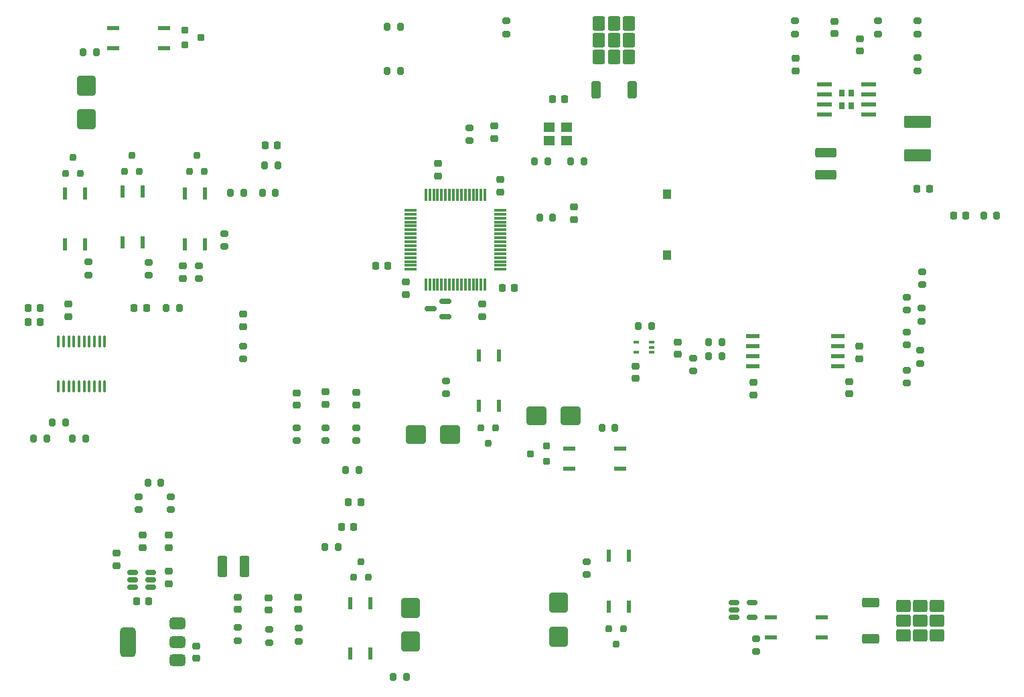
<source format=gbr>
%TF.GenerationSoftware,KiCad,Pcbnew,8.0.0*%
%TF.CreationDate,2024-07-07T23:16:46-07:00*%
%TF.ProjectId,main_relay_board,6d61696e-5f72-4656-9c61-795f626f6172,rev?*%
%TF.SameCoordinates,Original*%
%TF.FileFunction,Paste,Top*%
%TF.FilePolarity,Positive*%
%FSLAX46Y46*%
G04 Gerber Fmt 4.6, Leading zero omitted, Abs format (unit mm)*
G04 Created by KiCad (PCBNEW 8.0.0) date 2024-07-07 23:16:46*
%MOMM*%
%LPD*%
G01*
G04 APERTURE LIST*
G04 Aperture macros list*
%AMRoundRect*
0 Rectangle with rounded corners*
0 $1 Rounding radius*
0 $2 $3 $4 $5 $6 $7 $8 $9 X,Y pos of 4 corners*
0 Add a 4 corners polygon primitive as box body*
4,1,4,$2,$3,$4,$5,$6,$7,$8,$9,$2,$3,0*
0 Add four circle primitives for the rounded corners*
1,1,$1+$1,$2,$3*
1,1,$1+$1,$4,$5*
1,1,$1+$1,$6,$7*
1,1,$1+$1,$8,$9*
0 Add four rect primitives between the rounded corners*
20,1,$1+$1,$2,$3,$4,$5,0*
20,1,$1+$1,$4,$5,$6,$7,0*
20,1,$1+$1,$6,$7,$8,$9,0*
20,1,$1+$1,$8,$9,$2,$3,0*%
G04 Aperture macros list end*
%ADD10RoundRect,0.200000X0.200000X0.275000X-0.200000X0.275000X-0.200000X-0.275000X0.200000X-0.275000X0*%
%ADD11RoundRect,0.100000X-0.100000X0.637500X-0.100000X-0.637500X0.100000X-0.637500X0.100000X0.637500X0*%
%ADD12RoundRect,0.200000X0.275000X-0.200000X0.275000X0.200000X-0.275000X0.200000X-0.275000X-0.200000X0*%
%ADD13RoundRect,0.218750X-0.218750X-0.256250X0.218750X-0.256250X0.218750X0.256250X-0.218750X0.256250X0*%
%ADD14RoundRect,0.250000X-0.900000X1.000000X-0.900000X-1.000000X0.900000X-1.000000X0.900000X1.000000X0*%
%ADD15R,0.600000X1.500000*%
%ADD16RoundRect,0.225000X0.250000X-0.225000X0.250000X0.225000X-0.250000X0.225000X-0.250000X-0.225000X0*%
%ADD17RoundRect,0.218750X0.256250X-0.218750X0.256250X0.218750X-0.256250X0.218750X-0.256250X-0.218750X0*%
%ADD18RoundRect,0.200000X-0.200000X-0.275000X0.200000X-0.275000X0.200000X0.275000X-0.200000X0.275000X0*%
%ADD19RoundRect,0.150000X0.587500X0.150000X-0.587500X0.150000X-0.587500X-0.150000X0.587500X-0.150000X0*%
%ADD20RoundRect,0.250000X-0.375000X-1.075000X0.375000X-1.075000X0.375000X1.075000X-0.375000X1.075000X0*%
%ADD21RoundRect,0.200000X-0.275000X0.200000X-0.275000X-0.200000X0.275000X-0.200000X0.275000X0.200000X0*%
%ADD22RoundRect,0.225000X-0.225000X-0.250000X0.225000X-0.250000X0.225000X0.250000X-0.225000X0.250000X0*%
%ADD23RoundRect,0.225000X-0.250000X0.225000X-0.250000X-0.225000X0.250000X-0.225000X0.250000X0.225000X0*%
%ADD24R,1.500000X0.600000*%
%ADD25RoundRect,0.250000X1.000000X0.900000X-1.000000X0.900000X-1.000000X-0.900000X1.000000X-0.900000X0*%
%ADD26RoundRect,0.150000X-0.512500X-0.150000X0.512500X-0.150000X0.512500X0.150000X-0.512500X0.150000X0*%
%ADD27RoundRect,0.200000X0.200000X-0.250000X0.200000X0.250000X-0.200000X0.250000X-0.200000X-0.250000X0*%
%ADD28R,1.400000X1.200000*%
%ADD29RoundRect,0.225000X0.225000X0.250000X-0.225000X0.250000X-0.225000X-0.250000X0.225000X-0.250000X0*%
%ADD30RoundRect,0.250000X-1.000000X-0.900000X1.000000X-0.900000X1.000000X0.900000X-1.000000X0.900000X0*%
%ADD31RoundRect,0.250000X-1.450000X0.537500X-1.450000X-0.537500X1.450000X-0.537500X1.450000X0.537500X0*%
%ADD32R,1.000000X1.250000*%
%ADD33RoundRect,0.250000X-1.075000X0.375000X-1.075000X-0.375000X1.075000X-0.375000X1.075000X0.375000X0*%
%ADD34RoundRect,0.075000X-0.075000X0.700000X-0.075000X-0.700000X0.075000X-0.700000X0.075000X0.700000X0*%
%ADD35RoundRect,0.075000X-0.700000X0.075000X-0.700000X-0.075000X0.700000X-0.075000X0.700000X0.075000X0*%
%ADD36RoundRect,0.200000X-0.200000X0.250000X-0.200000X-0.250000X0.200000X-0.250000X0.200000X0.250000X0*%
%ADD37RoundRect,0.218750X0.218750X0.256250X-0.218750X0.256250X-0.218750X-0.256250X0.218750X-0.256250X0*%
%ADD38R,1.701800X0.558800*%
%ADD39RoundRect,0.100000X0.225000X0.100000X-0.225000X0.100000X-0.225000X-0.100000X0.225000X-0.100000X0*%
%ADD40RoundRect,0.200000X-0.250000X-0.200000X0.250000X-0.200000X0.250000X0.200000X-0.250000X0.200000X0*%
%ADD41R,1.910000X0.610000*%
%ADD42R,0.723000X0.930000*%
%ADD43RoundRect,0.266667X-0.633333X-0.533333X0.633333X-0.533333X0.633333X0.533333X-0.633333X0.533333X0*%
%ADD44RoundRect,0.250000X-0.850000X-0.350000X0.850000X-0.350000X0.850000X0.350000X-0.850000X0.350000X0*%
%ADD45RoundRect,0.266667X0.533333X-0.633333X0.533333X0.633333X-0.533333X0.633333X-0.533333X-0.633333X0*%
%ADD46RoundRect,0.250000X0.350000X-0.850000X0.350000X0.850000X-0.350000X0.850000X-0.350000X-0.850000X0*%
%ADD47RoundRect,0.375000X0.625000X0.375000X-0.625000X0.375000X-0.625000X-0.375000X0.625000X-0.375000X0*%
%ADD48RoundRect,0.500000X0.500000X1.400000X-0.500000X1.400000X-0.500000X-1.400000X0.500000X-1.400000X0*%
%ADD49RoundRect,0.200000X0.250000X0.200000X-0.250000X0.200000X-0.250000X-0.200000X0.250000X-0.200000X0*%
G04 APERTURE END LIST*
D10*
%TO.C,R715*%
X176339000Y-83312000D03*
X174689000Y-83312000D03*
%TD*%
D11*
%TO.C,U401*%
X107218000Y-85207000D03*
X106568000Y-85207000D03*
X105918000Y-85207000D03*
X105268000Y-85207000D03*
X104618000Y-85207000D03*
X103968000Y-85207000D03*
X103318000Y-85207000D03*
X102668000Y-85207000D03*
X102018000Y-85207000D03*
X101368000Y-85207000D03*
X101368000Y-90932000D03*
X102018000Y-90932000D03*
X102668000Y-90932000D03*
X103318000Y-90932000D03*
X103968000Y-90932000D03*
X104618000Y-90932000D03*
X105268000Y-90932000D03*
X105918000Y-90932000D03*
X106568000Y-90932000D03*
X107218000Y-90932000D03*
%TD*%
D12*
%TO.C,R303*%
X111506000Y-106489000D03*
X111506000Y-104839000D03*
%TD*%
D13*
%TO.C,D509*%
X137134500Y-108712000D03*
X138709500Y-108712000D03*
%TD*%
D14*
%TO.C,D603*%
X145914000Y-118890000D03*
X145914000Y-123190000D03*
%TD*%
D15*
%TO.C,OC401*%
X102162000Y-72958000D03*
X104702000Y-72958000D03*
X104702000Y-66548000D03*
X102162000Y-66548000D03*
%TD*%
D16*
%TO.C,C205*%
X108712000Y-113564000D03*
X108712000Y-112014000D03*
%TD*%
D17*
%TO.C,D501*%
X124015000Y-119113000D03*
X124015000Y-117538000D03*
%TD*%
D18*
%TO.C,R606*%
X161546000Y-62434000D03*
X163196000Y-62434000D03*
%TD*%
D19*
%TO.C,U302*%
X150289500Y-82055000D03*
X150289500Y-80155000D03*
X148414500Y-81105000D03*
%TD*%
D17*
%TO.C,D504*%
X117074000Y-77221500D03*
X117074000Y-75646500D03*
%TD*%
D12*
%TO.C,R712*%
X205000000Y-46325000D03*
X205000000Y-44675000D03*
%TD*%
%TO.C,R302*%
X153325000Y-59825000D03*
X153325000Y-58175000D03*
%TD*%
D17*
%TO.C,D506*%
X124694000Y-83317500D03*
X124694000Y-81742500D03*
%TD*%
D16*
%TO.C,C403*%
X102616000Y-82055000D03*
X102616000Y-80505000D03*
%TD*%
D14*
%TO.C,D604*%
X164592000Y-118246000D03*
X164592000Y-122546000D03*
%TD*%
D20*
%TO.C,L201*%
X122044000Y-113668000D03*
X124844000Y-113668000D03*
%TD*%
D18*
%TO.C,R304*%
X112650000Y-103124000D03*
X114300000Y-103124000D03*
%TD*%
D21*
%TO.C,R703*%
X208584800Y-79629000D03*
X208584800Y-81279000D03*
%TD*%
D16*
%TO.C,C708*%
X202692000Y-48514000D03*
X202692000Y-46964000D03*
%TD*%
D22*
%TO.C,C201*%
X111226000Y-118110000D03*
X112776000Y-118110000D03*
%TD*%
D21*
%TO.C,R705*%
X208584800Y-84010000D03*
X208584800Y-85660000D03*
%TD*%
D10*
%TO.C,R605*%
X106147000Y-48650000D03*
X104497000Y-48650000D03*
%TD*%
%TO.C,R710*%
X185229000Y-87122000D03*
X183579000Y-87122000D03*
%TD*%
D23*
%TO.C,C710*%
X174307000Y-88366000D03*
X174307000Y-89916000D03*
%TD*%
D24*
%TO.C,OC701*%
X191456000Y-120142000D03*
X191456000Y-122682000D03*
X197866000Y-122682000D03*
X197866000Y-120142000D03*
%TD*%
D21*
%TO.C,R704*%
X210503000Y-81026000D03*
X210503000Y-82676000D03*
%TD*%
D22*
%TO.C,C709*%
X209912500Y-65900000D03*
X211462500Y-65900000D03*
%TD*%
D25*
%TO.C,D601*%
X150882000Y-97027000D03*
X146582000Y-97027000D03*
%TD*%
D26*
%TO.C,U704*%
X186761000Y-118242000D03*
X186761000Y-119192000D03*
X186761000Y-120142000D03*
X189036000Y-120142000D03*
X189036000Y-118242000D03*
%TD*%
D15*
%TO.C,OC402*%
X109474000Y-72704000D03*
X112014000Y-72704000D03*
X112014000Y-66294000D03*
X109474000Y-66294000D03*
%TD*%
%TO.C,OC403*%
X117348000Y-72958000D03*
X119888000Y-72958000D03*
X119888000Y-66548000D03*
X117348000Y-66548000D03*
%TD*%
D18*
%TO.C,R508*%
X137675000Y-101500000D03*
X139325000Y-101500000D03*
%TD*%
D21*
%TO.C,R502*%
X128016000Y-121666000D03*
X128016000Y-123316000D03*
%TD*%
D27*
%TO.C,Q603*%
X138666000Y-115041000D03*
X140566000Y-115041000D03*
X139616000Y-113041000D03*
%TD*%
D28*
%TO.C,Y301*%
X163400000Y-59850000D03*
X165600000Y-59850000D03*
X165600000Y-58150000D03*
X163400000Y-58150000D03*
%TD*%
D12*
%TO.C,R701*%
X210000000Y-51000000D03*
X210000000Y-49350000D03*
%TD*%
D21*
%TO.C,R507*%
X139045500Y-96140000D03*
X139045500Y-97790000D03*
%TD*%
D29*
%TO.C,C401*%
X99060000Y-82804000D03*
X97510000Y-82804000D03*
%TD*%
D18*
%TO.C,R409*%
X103124000Y-97536000D03*
X104774000Y-97536000D03*
%TD*%
D21*
%TO.C,R102*%
X157988000Y-44704000D03*
X157988000Y-46354000D03*
%TD*%
D23*
%TO.C,C206*%
X118793000Y-123748000D03*
X118793000Y-125298000D03*
%TD*%
D16*
%TO.C,C707*%
X179641000Y-86868000D03*
X179641000Y-85318000D03*
%TD*%
D18*
%TO.C,R607*%
X166118000Y-62434000D03*
X167768000Y-62434000D03*
%TD*%
D30*
%TO.C,D602*%
X161816000Y-94585000D03*
X166116000Y-94585000D03*
%TD*%
D21*
%TO.C,R503*%
X131739358Y-121475000D03*
X131739358Y-123125000D03*
%TD*%
D23*
%TO.C,C703*%
X201371200Y-90284000D03*
X201371200Y-91834000D03*
%TD*%
D31*
%TO.C,C701*%
X210000000Y-57412500D03*
X210000000Y-61687500D03*
%TD*%
D13*
%TO.C,D510*%
X127482500Y-60452000D03*
X129057500Y-60452000D03*
%TD*%
D29*
%TO.C,C308*%
X143015000Y-75692000D03*
X141465000Y-75692000D03*
%TD*%
D18*
%TO.C,R603*%
X143697000Y-127605000D03*
X145347000Y-127605000D03*
%TD*%
%TO.C,R408*%
X100584000Y-95504000D03*
X102234000Y-95504000D03*
%TD*%
D17*
%TO.C,D512*%
X135165500Y-93183000D03*
X135165500Y-91608000D03*
%TD*%
D23*
%TO.C,C309*%
X166500000Y-68225000D03*
X166500000Y-69775000D03*
%TD*%
D32*
%TO.C,SW301*%
X178308000Y-66579761D03*
X178308000Y-74329761D03*
%TD*%
D21*
%TO.C,R512*%
X135128000Y-96140000D03*
X135128000Y-97790000D03*
%TD*%
D15*
%TO.C,OC604*%
X173478000Y-112305000D03*
X170938000Y-112305000D03*
X170938000Y-118715000D03*
X173478000Y-118715000D03*
%TD*%
D33*
%TO.C,L701*%
X198374000Y-61338000D03*
X198374000Y-64138000D03*
%TD*%
D18*
%TO.C,R505*%
X114999000Y-81026000D03*
X116649000Y-81026000D03*
%TD*%
D17*
%TO.C,D503*%
X131676358Y-119126000D03*
X131676358Y-117551000D03*
%TD*%
D21*
%TO.C,R707*%
X208584800Y-88836000D03*
X208584800Y-90486000D03*
%TD*%
D26*
%TO.C,U201*%
X110755000Y-114432000D03*
X110755000Y-115382000D03*
X110755000Y-116332000D03*
X113030000Y-116332000D03*
X113030000Y-115382000D03*
X113030000Y-114432000D03*
%TD*%
D29*
%TO.C,C402*%
X99073000Y-81026000D03*
X97523000Y-81026000D03*
%TD*%
D16*
%TO.C,C306*%
X156500000Y-59550000D03*
X156500000Y-58000000D03*
%TD*%
D21*
%TO.C,R706*%
X210312000Y-86360000D03*
X210312000Y-88010000D03*
%TD*%
%TO.C,R601*%
X150368000Y-90204000D03*
X150368000Y-91854000D03*
%TD*%
D34*
%TO.C,U301*%
X155301000Y-66687000D03*
X154801000Y-66687000D03*
X154301000Y-66687000D03*
X153801000Y-66687000D03*
X153301000Y-66687000D03*
X152801000Y-66687000D03*
X152301000Y-66687000D03*
X151801000Y-66687000D03*
X151301000Y-66687000D03*
X150801000Y-66687000D03*
X150301000Y-66687000D03*
X149801000Y-66687000D03*
X149301000Y-66687000D03*
X148801000Y-66687000D03*
X148301000Y-66687000D03*
X147801000Y-66687000D03*
D35*
X145876000Y-68612000D03*
X145876000Y-69112000D03*
X145876000Y-69612000D03*
X145876000Y-70112000D03*
X145876000Y-70612000D03*
X145876000Y-71112000D03*
X145876000Y-71612000D03*
X145876000Y-72112000D03*
X145876000Y-72612000D03*
X145876000Y-73112000D03*
X145876000Y-73612000D03*
X145876000Y-74112000D03*
X145876000Y-74612000D03*
X145876000Y-75112000D03*
X145876000Y-75612000D03*
X145876000Y-76112000D03*
D34*
X147801000Y-78037000D03*
X148301000Y-78037000D03*
X148801000Y-78037000D03*
X149301000Y-78037000D03*
X149801000Y-78037000D03*
X150301000Y-78037000D03*
X150801000Y-78037000D03*
X151301000Y-78037000D03*
X151801000Y-78037000D03*
X152301000Y-78037000D03*
X152801000Y-78037000D03*
X153301000Y-78037000D03*
X153801000Y-78037000D03*
X154301000Y-78037000D03*
X154801000Y-78037000D03*
X155301000Y-78037000D03*
D35*
X157226000Y-76112000D03*
X157226000Y-75612000D03*
X157226000Y-75112000D03*
X157226000Y-74612000D03*
X157226000Y-74112000D03*
X157226000Y-73612000D03*
X157226000Y-73112000D03*
X157226000Y-72612000D03*
X157226000Y-72112000D03*
X157226000Y-71612000D03*
X157226000Y-71112000D03*
X157226000Y-70612000D03*
X157226000Y-70112000D03*
X157226000Y-69612000D03*
X157226000Y-69112000D03*
X157226000Y-68612000D03*
%TD*%
D12*
%TO.C,R709*%
X194501000Y-46325000D03*
X194501000Y-44675000D03*
%TD*%
D16*
%TO.C,C304*%
X149352000Y-64275000D03*
X149352000Y-62725000D03*
%TD*%
%TO.C,C204*%
X112014000Y-111278000D03*
X112014000Y-109728000D03*
%TD*%
D27*
%TO.C,Q403*%
X117922000Y-63694000D03*
X119822000Y-63694000D03*
X118872000Y-61694000D03*
%TD*%
D16*
%TO.C,C303*%
X157226000Y-66307000D03*
X157226000Y-64757000D03*
%TD*%
D18*
%TO.C,R406*%
X127128000Y-66425000D03*
X128778000Y-66425000D03*
%TD*%
D24*
%TO.C,OC602*%
X172369000Y-101346000D03*
X172369000Y-98806000D03*
X165959000Y-98806000D03*
X165959000Y-101346000D03*
%TD*%
D17*
%TO.C,D502*%
X127888000Y-119200500D03*
X127888000Y-117625500D03*
%TD*%
D23*
%TO.C,C704*%
X189230000Y-90411000D03*
X189230000Y-91961000D03*
%TD*%
%TO.C,C301*%
X145288000Y-77711000D03*
X145288000Y-79261000D03*
%TD*%
D21*
%TO.C,R702*%
X210566000Y-76391000D03*
X210566000Y-78041000D03*
%TD*%
D27*
%TO.C,Q401*%
X102240000Y-63980000D03*
X104140000Y-63980000D03*
X103190000Y-61980000D03*
%TD*%
D18*
%TO.C,R510*%
X127445000Y-62992000D03*
X129095000Y-62992000D03*
%TD*%
D21*
%TO.C,R708*%
X189544000Y-122810000D03*
X189544000Y-124460000D03*
%TD*%
D24*
%TO.C,OC605*%
X108310000Y-45602000D03*
X108310000Y-48142000D03*
X114720000Y-48142000D03*
X114720000Y-45602000D03*
%TD*%
D36*
%TO.C,Q601*%
X156668000Y-96125000D03*
X154768000Y-96125000D03*
X155718000Y-98125000D03*
%TD*%
D21*
%TO.C,R401*%
X105156000Y-75155000D03*
X105156000Y-76805000D03*
%TD*%
%TO.C,R511*%
X131500000Y-96140000D03*
X131500000Y-97790000D03*
%TD*%
D23*
%TO.C,C705*%
X194564000Y-49450000D03*
X194564000Y-51000000D03*
%TD*%
D18*
%TO.C,R405*%
X123127000Y-66425000D03*
X124777000Y-66425000D03*
%TD*%
D21*
%TO.C,R504*%
X119126000Y-75629000D03*
X119126000Y-77279000D03*
%TD*%
D37*
%TO.C,D505*%
X112522000Y-81026000D03*
X110947000Y-81026000D03*
%TD*%
D16*
%TO.C,C706*%
X199500000Y-46275000D03*
X199500000Y-44725000D03*
%TD*%
D14*
%TO.C,D605*%
X104902000Y-52850000D03*
X104902000Y-57150000D03*
%TD*%
D17*
%TO.C,D507*%
X139000000Y-93243500D03*
X139000000Y-91668500D03*
%TD*%
D15*
%TO.C,OC601*%
X157069000Y-86964000D03*
X154529000Y-86964000D03*
X154529000Y-93374000D03*
X157069000Y-93374000D03*
%TD*%
D38*
%TO.C,U702*%
X199898000Y-88392000D03*
X199898000Y-87122000D03*
X199898000Y-85852000D03*
X199898000Y-84582000D03*
X189128400Y-84582000D03*
X189128400Y-85852000D03*
X189128400Y-87122000D03*
X189128400Y-88392000D03*
%TD*%
D21*
%TO.C,R501*%
X124015000Y-121399000D03*
X124015000Y-123049000D03*
%TD*%
D39*
%TO.C,U703*%
X176339000Y-86614000D03*
X176339000Y-85964000D03*
X176339000Y-85314000D03*
X174439000Y-85314000D03*
X174439000Y-86614000D03*
%TD*%
D22*
%TO.C,C302*%
X157454000Y-78486000D03*
X159004000Y-78486000D03*
%TD*%
D18*
%TO.C,R718*%
X218314000Y-69342000D03*
X219964000Y-69342000D03*
%TD*%
D22*
%TO.C,C305*%
X163804000Y-54610000D03*
X165354000Y-54610000D03*
%TD*%
D18*
%TO.C,R103*%
X142939000Y-45466000D03*
X144589000Y-45466000D03*
%TD*%
%TO.C,R407*%
X98235000Y-97536000D03*
X99885000Y-97536000D03*
%TD*%
%TO.C,R101*%
X142939000Y-51054000D03*
X144589000Y-51054000D03*
%TD*%
D27*
%TO.C,Q402*%
X109728000Y-63726000D03*
X111628000Y-63726000D03*
X110678000Y-61726000D03*
%TD*%
D15*
%TO.C,OC603*%
X138269000Y-124714000D03*
X140809000Y-124714000D03*
X140809000Y-118304000D03*
X138269000Y-118304000D03*
%TD*%
D18*
%TO.C,R301*%
X162180000Y-69596000D03*
X163830000Y-69596000D03*
%TD*%
D17*
%TO.C,D511*%
X131500000Y-93287500D03*
X131500000Y-91712500D03*
%TD*%
D40*
%TO.C,Q605*%
X117380000Y-45840000D03*
X117380000Y-47740000D03*
X119380000Y-46790000D03*
%TD*%
D13*
%TO.C,D508*%
X138000000Y-105500000D03*
X139575000Y-105500000D03*
%TD*%
D18*
%TO.C,R509*%
X135065000Y-111252000D03*
X136715000Y-111252000D03*
%TD*%
D10*
%TO.C,R711*%
X185229000Y-85344000D03*
X183579000Y-85344000D03*
%TD*%
D21*
%TO.C,R305*%
X115570000Y-104839000D03*
X115570000Y-106489000D03*
%TD*%
D41*
%TO.C,U701*%
X203780000Y-56528000D03*
X203780000Y-55258000D03*
X203780000Y-53988000D03*
X203780000Y-52718000D03*
X198220000Y-52718000D03*
X198220000Y-53988000D03*
X198220000Y-55258000D03*
X198220000Y-56528000D03*
D42*
X201602500Y-55398000D03*
X201602500Y-53848000D03*
X200397500Y-55398000D03*
X200397500Y-53848000D03*
%TD*%
D21*
%TO.C,R714*%
X181610000Y-87313000D03*
X181610000Y-88963000D03*
%TD*%
%TO.C,R713*%
X210000000Y-44675000D03*
X210000000Y-46325000D03*
%TD*%
D16*
%TO.C,C702*%
X202641200Y-87389000D03*
X202641200Y-85839000D03*
%TD*%
D43*
%TO.C,Q701*%
X208212000Y-118628000D03*
X208212000Y-120528000D03*
X208212000Y-122428000D03*
X210312000Y-118628000D03*
X210312000Y-120528000D03*
X210312000Y-122428000D03*
X212412000Y-118628000D03*
X212412000Y-120528000D03*
X212412000Y-122428000D03*
D44*
X204012000Y-118248000D03*
X204012000Y-122808000D03*
%TD*%
D45*
%TO.C,Q606*%
X169700000Y-49200000D03*
X171600000Y-49200000D03*
X173500000Y-49200000D03*
X169700000Y-47100000D03*
X171600000Y-47100000D03*
X173500000Y-47100000D03*
X169700000Y-45000000D03*
X171600000Y-45000000D03*
X173500000Y-45000000D03*
D46*
X169320000Y-53400000D03*
X173880000Y-53400000D03*
%TD*%
D16*
%TO.C,C203*%
X115303000Y-111265000D03*
X115303000Y-109715000D03*
%TD*%
D12*
%TO.C,R403*%
X122365000Y-73215000D03*
X122365000Y-71565000D03*
%TD*%
D23*
%TO.C,C202*%
X115316000Y-114300000D03*
X115316000Y-115850000D03*
%TD*%
D47*
%TO.C,U202*%
X116434000Y-125504000D03*
X116434000Y-123204000D03*
D48*
X110134000Y-123204000D03*
D47*
X116434000Y-120904000D03*
%TD*%
D37*
%TO.C,D701*%
X216091000Y-69342000D03*
X214516000Y-69342000D03*
%TD*%
D21*
%TO.C,R506*%
X124714000Y-85789000D03*
X124714000Y-87439000D03*
%TD*%
D49*
%TO.C,Q602*%
X163052000Y-100361000D03*
X163052000Y-98461000D03*
X161052000Y-99411000D03*
%TD*%
D10*
%TO.C,R602*%
X171704000Y-96109000D03*
X170054000Y-96109000D03*
%TD*%
D23*
%TO.C,C307*%
X154940000Y-80518000D03*
X154940000Y-82068000D03*
%TD*%
D21*
%TO.C,R402*%
X112776000Y-75218000D03*
X112776000Y-76868000D03*
%TD*%
D36*
%TO.C,Q604*%
X172838000Y-121509000D03*
X170938000Y-121509000D03*
X171888000Y-123509000D03*
%TD*%
D21*
%TO.C,R604*%
X168144000Y-113064000D03*
X168144000Y-114714000D03*
%TD*%
M02*

</source>
